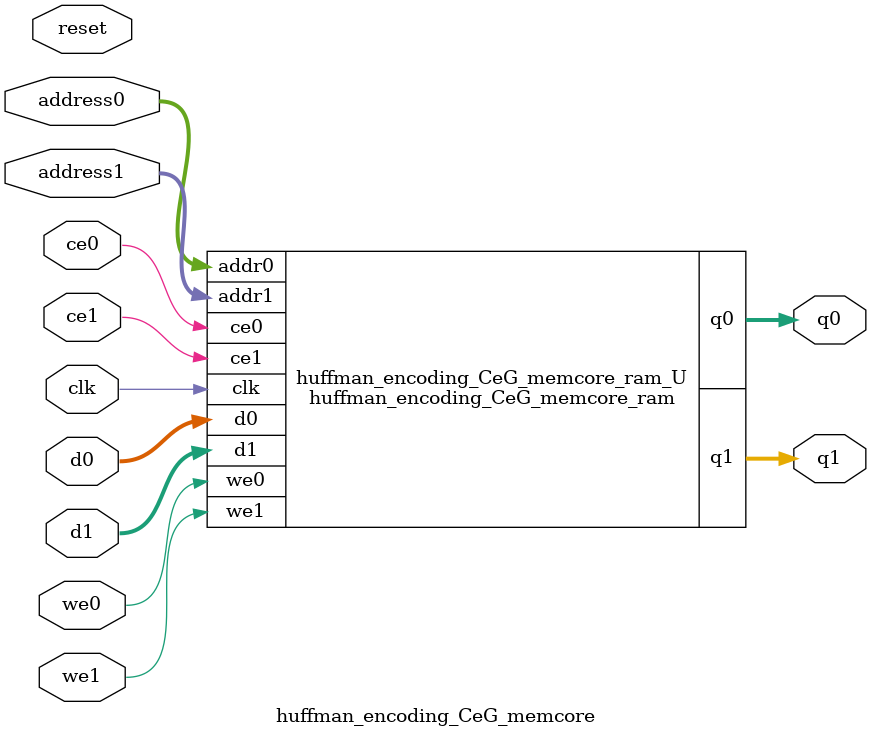
<source format=v>
`timescale 1 ns / 1 ps
module huffman_encoding_CeG_memcore_ram (addr0, ce0, d0, we0, q0, addr1, ce1, d1, we1, q1,  clk);

parameter DWIDTH = 9;
parameter AWIDTH = 6;
parameter MEM_SIZE = 64;

input[AWIDTH-1:0] addr0;
input ce0;
input[DWIDTH-1:0] d0;
input we0;
output reg[DWIDTH-1:0] q0;
input[AWIDTH-1:0] addr1;
input ce1;
input[DWIDTH-1:0] d1;
input we1;
output reg[DWIDTH-1:0] q1;
input clk;

(* ram_style = "block" *)reg [DWIDTH-1:0] ram[0:MEM_SIZE-1];




always @(posedge clk)  
begin 
    if (ce0) begin
        if (we0) 
            ram[addr0] <= d0; 
        q0 <= ram[addr0];
    end
end


always @(posedge clk)  
begin 
    if (ce1) begin
        if (we1) 
            ram[addr1] <= d1; 
        q1 <= ram[addr1];
    end
end


endmodule

`timescale 1 ns / 1 ps
module huffman_encoding_CeG_memcore(
    reset,
    clk,
    address0,
    ce0,
    we0,
    d0,
    q0,
    address1,
    ce1,
    we1,
    d1,
    q1);

parameter DataWidth = 32'd9;
parameter AddressRange = 32'd64;
parameter AddressWidth = 32'd6;
input reset;
input clk;
input[AddressWidth - 1:0] address0;
input ce0;
input we0;
input[DataWidth - 1:0] d0;
output[DataWidth - 1:0] q0;
input[AddressWidth - 1:0] address1;
input ce1;
input we1;
input[DataWidth - 1:0] d1;
output[DataWidth - 1:0] q1;



huffman_encoding_CeG_memcore_ram huffman_encoding_CeG_memcore_ram_U(
    .clk( clk ),
    .addr0( address0 ),
    .ce0( ce0 ),
    .we0( we0 ),
    .d0( d0 ),
    .q0( q0 ),
    .addr1( address1 ),
    .ce1( ce1 ),
    .we1( we1 ),
    .d1( d1 ),
    .q1( q1 ));

endmodule


</source>
